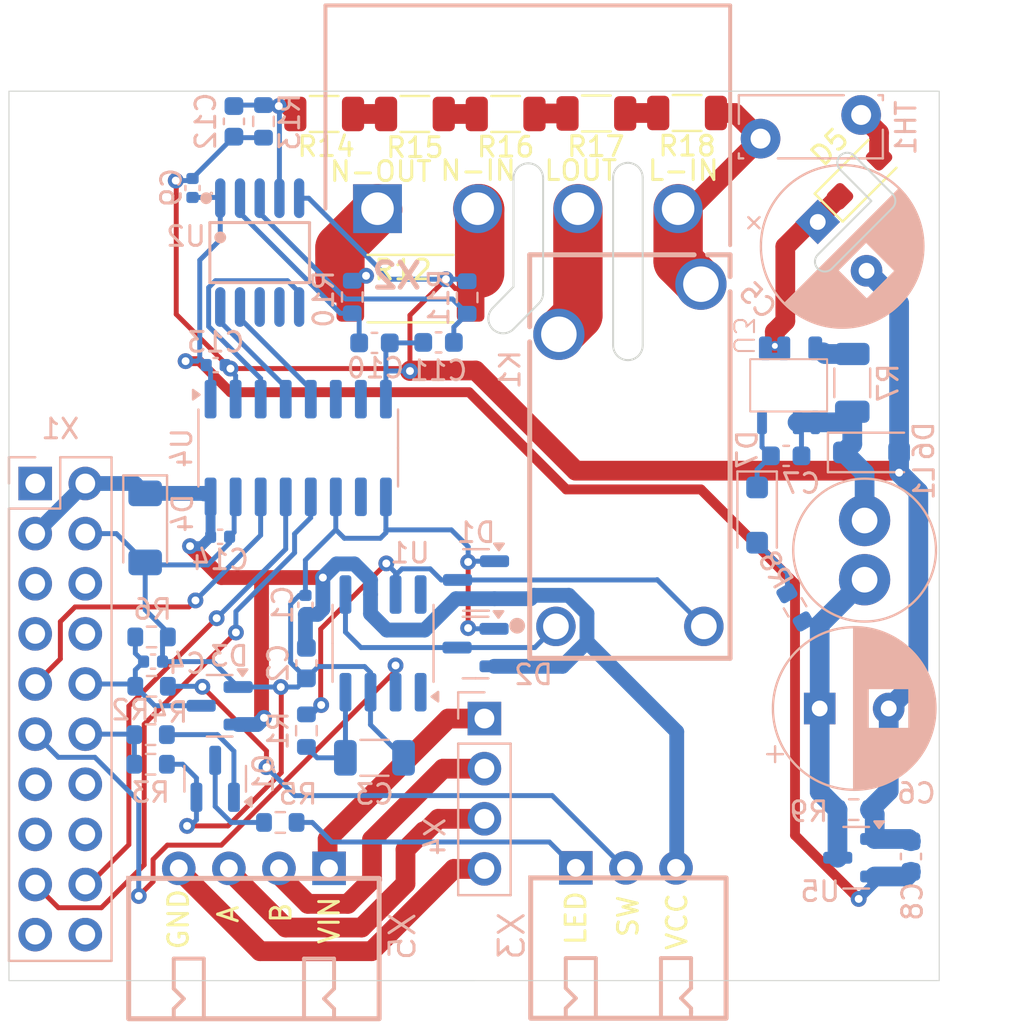
<source format=kicad_pcb>
(kicad_pcb (version 20240108) (generator "pcbnew") (generator_version "8.0")
  (layers (0 "F.Cu" signal) (31 "B.Cu" signal) (34 "B.Paste" user) (35 "F.Paste" user) (36 "B.SilkS" user "B.Silkscreen") (37 "F.SilkS" user "F.Silkscreen") (38 "B.Mask" user) (39 "F.Mask" user) (44 "Edge.Cuts" user))
  (net 0 "")
  (net 1 "VCC")
  (net 2 "GND")
  (net 3 "Net-(U1-IN_B)")
  (net 4 "D4_INT")
  (net 5 "Net-(D1-COM)")
  (net 6 "Net-(D2-COM)")
  (net 7 "L_IN")
  (net 8 "L_OUT")
  (net 9 "Net-(Q1-G)")
  (net 10 "Net-(Q1-D)")
  (net 11 "SW")
  (net 12 "D6_PWM")
  (net 13 "LED")
  (net 15 "D5_PWM")
  (net 17 "VRAW")
  (net 18 "D2_RX")
  (net 19 "D1_TX")
  (net 20 "LEGACY_ID")
  (net 21 "RST")
  (net 22 "D3_INT")
  (net 23 "D8_SDA")
  (net 24 "D7_SCL")
  (net 25 "D10_A4")
  (net 26 "D9_A3")
  (net 27 "N_IN")
  (net 28 "+3V3")
  (net 29 "D14_CS")
  (net 30 "D13_SCK")
  (net 31 "Net-(U2-IP)")
  (net 32 "Net-(U2-IN)")
  (net 33 "Net-(U2-VP)")
  (net 34 "N_OUT")
  (net 35 "Net-(R14-Pad1)")
  (net 38 "Net-(R15-Pad1)")
  (net 39 "Net-(R16-Pad1)")
  (net 40 "Net-(R17-Pad1)")
  (net 41 "Net-(U5-VI)")
  (net 42 "Net-(D5-K)")
  (net 43 "TX")
  (net 44 "Net-(D6-K)")
  (net 45 "RX")
  (net 46 "CF1")
  (net 49 "D12_MISO_RX")
  (net 51 "D11_MOSI_TX")
  (net 52 "Net-(D7-K)")
  (net 53 "Net-(D5-A)")
  (net 54 "Net-(D7-A)")
  (net 55 "Net-(U3-CS)")
  (net 56 "Net-(X4-Pin_4)")
  (net 57 "Net-(X4-Pin_1)")
  (net 58 "Net-(X4-Pin_2)")
  (net 59 "Net-(X4-Pin_3)")
  (footprint "Resistor_SMD:R_1206_3216Metric" (layer "F.Cu") (at 151.4 83.625 180)
    (property "Reference" "R14")
    (property "Value" "390k/1%")
  )
  (footprint "Resistor_SMD:R_1206_3216Metric" (layer "F.Cu") (at 169.8 83.575 180)
    (property "Reference" "R18")
    (property "Value" "390k/1%")
  )
  (footprint "Resistor_SMD:R_1206_3216Metric" (layer "F.Cu") (at 160.6 83.625 180)
    (property "Reference" "R16")
    (property "Value" "390k/1%")
  )
  (footprint "Resistor_SMD:R_1206_3216Metric" (layer "F.Cu") (at 165.2 83.6 180)
    (property "Reference" "R17")
    (property "Value" "390k/1%")
  )
  (footprint "Diode_SMD:D_SOD-123F" (layer "F.Cu") (at 178.541501 86.808478 45)
    (property "Reference" "D5")
    (property "Value" "1n4007/1000V")
  )
  (footprint "Resistor_SMD:R_2512_6332Metric_Pad1.40x3.35mm_HandSolder" (layer "F.Cu") (at 155.775 92.475 180)
    (property "Reference" "R12")
    (property "Value" "0R001/1%")
  )
  (footprint "Resistor_SMD:R_1206_3216Metric" (layer "F.Cu") (at 156 83.625 180)
    (property "Reference" "R15")
    (property "Value" "390k/1%")
  )
  (footprint "Resistor_SMD:R_0603_1608Metric" (layer "B.Cu") (at 178.25 118.875)
    (property "Reference" "R9")
    (property "Value" "2k")
  )
  (footprint "Capacitor_THT:CP_Radial_D8.0mm_P3.50mm" (layer "B.Cu") (at 176.424104 89.096041 -45)
    (property "Reference" "C5")
    (property "Value" "2.2u/400V")
  )
  (footprint "Capacitor_SMD:C_0402_1005Metric" (layer "B.Cu") (at 145.9 96.35 180)
    (property "Reference" "C13")
    (property "Value" "100n")
  )
  (footprint "Connector_PinSocket_2.54mm:PinSocket_1x04_P2.54mm_Vertical" (layer "B.Cu") (at 159.525 114.26 180)
    (property "Reference" "X4")
    (property "Value" "~")
  )
  (footprint "MySXRelay:BL0942" (layer "B.Cu") (at 148.131356 90.65)
    (property "Reference" "U2")
    (property "Value" "BL0942")
  )
  (footprint "Capacitor_SMD:C_0603_1608Metric" (layer "B.Cu") (at 181.15 121.25 90)
    (property "Reference" "C8")
    (property "Value" "10u")
  )
  (footprint "Capacitor_SMD:C_0603_1608Metric" (layer "B.Cu") (at 153.95 95.225)
    (property "Reference" "C10")
    (property "Value" "68n/16V")
  )
  (footprint "MySXRelay:RELAY-TH_FH44L-1AT-L1-DC5V" (layer "B.Cu") (at 166.9 100.92 90)
    (property "Reference" "K1")
    (property "Value" "FH44L-1AT-L1-DC5V")
  )
  (footprint "Capacitor_SMD:C_0603_1608Metric" (layer "B.Cu") (at 150.5 111.45 -90)
    (property "Reference" "C2")
    (property "Value" "1u")
  )
  (footprint "MySXRelay:JST-XH_S_3P-2.54MM" (layer "B.Cu") (at 166.698 121.8265 -90)
    (property "Reference" "X3")
    (property "Value" "~")
  )
  (footprint "Diode_SMD:D_SOD-123F" (layer "B.Cu") (at 179.15 100.775)
    (property "Reference" "D6")
    (property "Value" "ES1J/600V")
  )
  (footprint "Capacitor_SMD:C_0402_1005Metric" (layer "B.Cu") (at 146.125 105.05)
    (property "Reference" "C14")
    (property "Value" "100n")
  )
  (footprint "Resistor_SMD:R_0603_1608Metric" (layer "B.Cu") (at 142.6 115.075)
    (property "Reference" "R4")
    (property "Value" "27")
  )
  (footprint "Capacitor_THT:CP_Radial_D8.0mm_P3.50mm" (layer "B.Cu") (at 176.522349 113.75)
    (property "Reference" "C6")
    (property "Value" "470u/10V")
  )
  (footprint "Package_TO_SOT_SMD:SOT-23" (layer "B.Cu") (at 159.1 107.2375 180)
    (property "Reference" "D1")
    (property "Value" "BAT54S")
  )
  (footprint "Resistor_SMD:R_0603_1608Metric" (layer "B.Cu") (at 152.825 92.9 -90)
    (property "Reference" "R10")
    (property "Value" "510/1%")
  )
  (footprint "Package_TO_SOT_SMD:SOT-23" (layer "B.Cu") (at 178.375 121.3125 180)
    (property "Reference" "U5")
    (property "Value" "MCP1703Ax-180xxTT")
  )
  (footprint "Resistor_SMD:R_0603_1608Metric" (layer "B.Cu") (at 142.6 116.575)
    (property "Reference" "R3")
    (property "Value" "10k")
  )
  (footprint "Resistor_SMD:R_0603_1608Metric" (layer "B.Cu") (at 142.65 112.625 180)
    (property "Reference" "R2")
    (property "Value" "2k")
  )
  (footprint "Resistor_SMD:R_0603_1608Metric" (layer "B.Cu") (at 148.325 84 -90)
    (property "Reference" "R13")
    (property "Value" "510/1%")
  )
  (footprint "Fuse:Fuse_Bourns_MF-RG300" (layer "B.Cu") (at 178.625 83.675 180)
    (property "Reference" "TH1")
    (property "Value" "ERF-LX005V2")
  )
  (footprint "Capacitor_SMD:C_0603_1608Metric" (layer "B.Cu") (at 146.825 84 -90)
    (property "Reference" "C12")
    (property "Value" "68n/16V")
  )
  (footprint "Capacitor_SMD:C_0402_1005Metric" (layer "B.Cu") (at 150.45 108.5 90)
    (property "Reference" "C1")
    (property "Value" "100n")
  )
  (footprint "Package_TO_SOT_SMD:SOT-23" (layer "B.Cu") (at 145.875 117.3125 90)
    (property "Reference" "Q1")
    (property "Value" "2N7002")
  )
  (footprint "Resistor_SMD:R_0603_1608Metric" (layer "B.Cu") (at 150.5 114.875 -90)
    (property "Reference" "R1")
    (property "Value" "10k")
  )
  (footprint "Diode_SMD:D_SOD-123F" (layer "B.Cu") (at 173.35 103.95 -90)
    (property "Reference" "D7")
    (property "Value" "E1J/600V")
  )
  (footprint "Capacitor_SMD:C_0603_1608Metric" (layer "B.Cu") (at 157.2 95.2)
    (property "Reference" "C11")
    (property "Value" "68n/16V")
  )
  (footprint "Capacitor_SMD:C_0402_1005Metric" (layer "B.Cu") (at 142.725 111.375)
    (property "Reference" "C4")
    (property "Value" "10n/50V")
  )
  (footprint "Diode_SMD:D_MiniMELF" (layer "B.Cu") (at 142.325 104.6 -90)
    (property "Reference" "D4")
    (property "Value" "3.6V")
  )
  (footprint "Capacitor_SMD:C_0603_1608Metric" (layer "B.Cu") (at 174.825 100.95)
    (property "Reference" "C7")
    (property "Value" "1u")
  )
  (footprint "Inductor_THT:L_Radial_D7.0mm_P3.00mm" (layer "B.Cu") (at 178.8 104.225 -90)
    (property "Reference" "L1")
    (property "Value" "330u")
  )
  (footprint "Package_SO:SOIC-16_3.9x9.9mm_P1.27mm" (layer "B.Cu") (at 150.085 100.55 -90)
    (property "Reference" "U4")
    (property "Value" "Si8642BB-B-IS1")
  )
  (footprint "MySXRelay:MSTB_2,5_4-G" (layer "B.Cu") (at 154.105 88.425 180)
    (property "Reference" "X2")
    (property "Value" "~" (hide yes))
  )
  (footprint "Package_SO:SOIC-8_3.9x4.9mm_P1.27mm" (layer "B.Cu") (at 154.385 110.45 90)
    (property "Reference" "U1")
    (property "Value" "MIC4427")
  )
  (footprint "MySXRelay:SOT-33-5A" (layer "B.Cu") (at 175.075 97.35 90)
    (property "Reference" "U3")
    (property "Value" "BP2525X")
  )
  (footprint "Package_TO_SOT_SMD:SOT-23" (layer "B.Cu") (at 146.1 113.6125 180)
    (property "Reference" "D3")
    (property "Value" "BAT54S")
  )
  (footprint "Resistor_SMD:R_0603_1608Metric" (layer "B.Cu") (at 158.65 92.925 -90)
    (property "Reference" "R11")
    (property "Value" "510/1%")
  )
  (footprint "Connector_PinSocket_2.54mm:PinSocket_2x10_P2.54mm_Vertical" (layer "B.Cu") (at 136.75 102.35 180)
    (property "Reference" "X1")
    (property "Value" "~")
  )
  (footprint "MySXRelay:JST-XH_S_4P-2.54MM-PIN1-RIGHT" (layer "B.Cu") (at 154.1885 121.8515 -90)
    (property "Reference" "X5")
    (property "Value" "~")
  )
  (footprint "Resistor_SMD:R_0603_1608Metric" (layer "B.Cu") (at 175.275 108.625 -60)
    (property "Reference" "R8")
    (property "Value" "100")
  )
  (footprint "Package_TO_SOT_SMD:SOT-23" (layer "B.Cu") (at 159.075 110.6625 180)
    (property "Reference" "D2")
    (property "Value" "BAT54S")
  )
  (footprint "Resistor_SMD:R_0603_1608Metric" (layer "B.Cu") (at 149.175 119.525 180)
    (property "Reference" "R5")
    (property "Value" "1k")
  )
  (footprint "Resistor_SMD:R_0603_1608Metric" (layer "B.Cu") (at 142.65 110.125)
    (property "Reference" "R6")
    (property "Value" "10k")
  )
  (footprint "Resistor_SMD:R_1206_3216Metric" (layer "B.Cu") (at 178.175 97.25 90)
    (property "Reference" "R7")
    (property "Value" "0R3")
  )
  (footprint "Capacitor_SMD:C_0402_1005Metric" (layer "B.Cu") (at 144.725 87.375 90)
    (property "Reference" "C9")
    (property "Value" "100n")
  )
  (footprint "Capacitor_SMD:C_1206_3216Metric" (layer "B.Cu") (at 153.95 116.25)
    (property "Reference" "C3")
    (property "Value" "22u")
  )
  (gr_line (start 182.5821 82.4691) (end 135.4201 82.4691) (stroke (width 0.05)) (layer "Edge.Cuts"))
  (gr_arc (start 161 86.875) (mid 161.21967 86.34467) (end 161.75 86.125) (stroke (width 0.1)) (layer "Edge.Cuts"))
  (gr_line (start 176.429927 90.755838) (end 179.141501 88.033478) (stroke (width 0.1)) (layer "Edge.Cuts"))
  (gr_line (start 161 92.375) (end 161 86.875) (stroke (width 0.1)) (layer "Edge.Cuts"))
  (gr_arc (start 177.137053 91.462965) (mid 176.783487 91.609401) (end 176.429928 91.462945) (stroke (width 0.1)) (layer "Edge.Cuts"))
  (gr_line (start 167.55 86.85) (end 167.55 95.35) (stroke (width 0.1)) (layer "Edge.Cuts"))
  (gr_line (start 159.94354 93.46014) (end 161 92.375) (stroke (width 0.1)) (layer "Edge.Cuts"))
  (gr_arc (start 176.429928 91.462945) (mid 176.283478 91.109388) (end 176.429915 90.755825) (stroke (width 0.1)) (layer "Edge.Cuts"))
  (gr_arc (start 162.499999 92.725) (mid 162.440828 92.993981) (end 162.286286 93.221947) (stroke (width 0.1)) (layer "Edge.Cuts"))
  (gr_arc (start 167.55 95.35) (mid 167.33033 95.88033) (end 166.8 96.1) (stroke (width 0.1)) (layer "Edge.Cuts"))
  (gr_arc (start 159.94354 94.5208) (mid 159.72387 93.99047) (end 159.94354 93.46014) (stroke (width 0.1)) (layer "Edge.Cuts"))
  (gr_arc (start 177.562947 86.444138) (mid 177.416496 86.090582) (end 177.562948 85.737031) (stroke (width 0.1)) (layer "Edge.Cuts"))
  (gr_arc (start 180.212948 87.679925) (mid 180.359396 88.033479) (end 180.212947 88.387032) (stroke (width 0.1)) (layer "Edge.Cuts"))
  (gr_line (start 179.141501 88.033478) (end 177.562947 86.444138) (stroke (width 0.1)) (layer "Edge.Cuts"))
  (gr_arc (start 166.8 96.1) (mid 166.26967 95.88033) (end 166.05 95.35) (stroke (width 0.1)) (layer "Edge.Cuts"))
  (gr_arc (start 166.05 86.85) (mid 166.26967 86.31967) (end 166.8 86.1) (stroke (width 0.1)) (layer "Edge.Cuts"))
  (gr_line (start 166.05 95.35) (end 166.05 86.85) (stroke (width 0.1)) (layer "Edge.Cuts"))
  (gr_line (start 178.270054 85.737032) (end 180.212947 87.679926) (stroke (width 0.1)) (layer "Edge.Cuts"))
  (gr_line (start 135.4201 82.4691) (end 135.4201 127.5381) (stroke (width 0.05)) (layer "Edge.Cuts"))
  (gr_arc (start 177.562948 85.737031) (mid 177.916501 85.590596) (end 178.270054 85.737033) (stroke (width 0.1)) (layer "Edge.Cuts"))
  (gr_line (start 180.212947 88.387032) (end 177.137053 91.462967) (stroke (width 0.1)) (layer "Edge.Cuts"))
  (gr_line (start 162.286286 93.221947) (end 161.0042 94.5208) (stroke (width 0.1)) (layer "Edge.Cuts"))
  (gr_line (start 182.5821 127.5381) (end 182.5821 82.4691) (stroke (width 0.05)) (layer "Edge.Cuts"))
  (gr_line (start 162.5 86.875) (end 162.5 92.725) (stroke (width 0.1)) (layer "Edge.Cuts"))
  (gr_arc (start 161.0042 94.5208) (mid 160.47387 94.74047) (end 159.94354 94.5208) (stroke (width 0.1)) (layer "Edge.Cuts"))
  (gr_arc (start 161.75 86.125) (mid 162.28033 86.34467) (end 162.5 86.875) (stroke (width 0.1)) (layer "Edge.Cuts"))
  (gr_arc (start 166.8 86.1) (mid 167.33033 86.31967) (end 167.55 86.85) (stroke (width 0.1)) (layer "Edge.Cuts"))
  (gr_line (start 135.4201 127.54) (end 182.5821 127.5381) (stroke (width 0.05)) (layer "Edge.Cuts"))
  (gr_text "LED" (at 164.75 125.825 90) (layer "F.SilkS") (effects (font (size 1 1)) (justify left bottom)))
  (gr_text "VCC" (at 169.875 126.075 90) (layer "F.SilkS") (effects (font (size 1 1)) (justify left bottom)))
  (gr_text "B" (at 149.8 124.7 90) (layer "F.SilkS") (effects (font (size 1 1)) (justify left bottom)))
  (gr_text "L-IN" (at 167.725 87.075 0) (layer "F.SilkS") (effects (font (size 1 1)) (justify left bottom)))
  (gr_text "GND" (at 144.6 126.05 90) (layer "F.SilkS") (effects (font (size 1 1)) (justify left bottom)))
  (gr_text "A" (at 147.125 124.7 90) (layer "F.SilkS") (effects (font (size 1 1)) (justify left bottom)))
  (gr_text "SW" (at 167.4 125.425 90) (layer "F.SilkS") (effects (font (size 1 1)) (justify left bottom)))
  (gr_text "N-IN" (at 157.2 87.075 0) (layer "F.SilkS") (effects (font (size 1 1)) (justify left bottom)))
  (gr_text "N-OUT" (at 151.6 87.125 0) (layer "F.SilkS") (effects (font (size 1 1)) (justify left bottom)))
  (gr_text "LOUT" (at 162.475 87.075 0) (layer "F.SilkS") (effects (font (size 1 1)) (justify left bottom)))
  (gr_text "VIN" (at 152.25 125.775 90) (layer "F.SilkS") (effects (font (size 1 1)) (justify left bottom)))
  (segment (start 151.335 107.11554) (end 148.2 107.11554) (width 0.75) (layer "F.Cu") (net 1))
  (segment (start 148.2 107.11554) (end 146.19054 107.11554) (width 0.75) (layer "F.Cu") (net 1))
  (segment (start 148.225 114.1) (end 148.225 107.14054) (width 0.75) (layer "F.Cu") (net 1))
  (segment (start 148.35 114.225) (end 148.225 114.1) (width 0.75) (layer "F.Cu") (net 1))
  (segment (start 146.19054 107.11554) (end 144.6 105.525) (width 0.75) (layer "F.Cu") (net 1))
  (segment (start 148.225 107.14054) (end 148.2 107.11554) (width 0.75) (layer "F.Cu") (net 1))
  (via (at 144.6 105.525) (size 0.8) (drill 0.4) (layers "F.Cu" "B.Cu") (net 1))
  (via (at 151.335 107.11554) (size 0.8) (drill 0.4) (layers "F.Cu" "B.Cu") (net 1))
  (via (at 148.35 114.225) (size 0.8) (drill 0.4) (layers "F.Cu" "B.Cu") (net 1))
  (segment (start 145.3 102.875) (end 145.45 103.025) (width 0.5) (layer "B.Cu") (net 1))
  (segment (start 164.725 108.937613) (end 163.802387 108.015) (width 0.75) (layer "B.Cu") (net 1))
  (segment (start 152.93446 106.425) (end 152.02554 106.425) (width 0.75) (layer "B.Cu") (net 1))
  (segment (start 148.0125 114.5625) (end 148.35 114.225) (width 0.75) (layer "B.Cu") (net 1))
  (segment (start 151.07 108.98) (end 150.45 108.98) (width 0.75) (layer "B.Cu") (net 1))
  (segment (start 136.75 104.89) (end 139.29 102.35) (width 0.75) (layer "B.Cu") (net 1))
  (segment (start 153.75 107.975) (end 153.75 108.949999) (width 0.75) (layer "B.Cu") (net 1))
  (segment (start 145.64 105.045) (end 145.645 105.05) (width 0.5) (layer "B.Cu") (net 1))
  (segment (start 158.08196 108.1875) (end 156.49446 109.775) (width 0.75) (layer "B.Cu") (net 1))
  (segment (start 151.335 107.11554) (end 151.335 108.715) (width 0.75) (layer "B.Cu") (net 1))
  (segment (start 145.275 102.85) (end 145.3 102.875) (width 0.75) (layer "B.Cu") (net 1))
  (segment (start 142.325 102.85) (end 145.275 102.85) (width 0.75) (layer "B.Cu") (net 1))
  (segment (start 160.0375 108.1875) (end 158.08196 108.1875) (width 0.75) (layer "B.Cu") (net 1))
  (segment (start 163.802387 108.015) (end 162.035 108.015) (width 0.75) (layer "B.Cu") (net 1))
  (segment (start 141.825 102.35) (end 142.325 102.85) (width 0.75) (layer "B.Cu") (net 1))
  (segment (start 145.64 103.025) (end 145.64 105.045) (width 0.5) (layer "B.Cu") (net 1))
  (segment (start 169.275 121.975) (end 169.275 114.925) (width 0.75) (layer "B.Cu") (net 1))
  (segment (start 150.45 110.625) (end 150.5 110.675) (width 0.75) (layer "B.Cu") (net 1))
  (segment (start 156.49446 109.775) (end 154.575001 109.775) (width 0.75) (layer "B.Cu") (net 1))
  (segment (start 162.035 108.015) (end 161.8625 108.1875) (width 0.75) (layer "B.Cu") (net 1))
  (segment (start 145.17 105.525) (end 145.645 105.05) (width 0.5) (layer "B.Cu") (net 1))
  (segment (start 150.45 108.98) (end 150.45 110.625) (width 0.75) (layer "B.Cu") (net 1))
  (segment (start 147.0375 114.5625) (end 148.0125 114.5625) (width 0.75) (layer "B.Cu") (net 1))
  (segment (start 164.725 110.375) (end 163.4875 111.6125) (width 0.75) (layer "B.Cu") (net 1))
  (segment (start 169.275 114.925) (end 164.725 110.375) (width 0.75) (layer "B.Cu") (net 1))
  (segment (start 151.335 108.715) (end 151.07 108.98) (width 0.75) (layer "B.Cu") (net 1))
  (segment (start 152.02554 106.425) (end 151.335 107.11554) (width 0.75) (layer "B.Cu") (net 1))
  (segment (start 144.6 105.525) (end 145.17 105.525) (width 0.5) (layer "B.Cu") (net 1))
  (segment (start 145.45 103.025) (end 145.64 103.025) (width 0.5) (layer "B.Cu") (net 1))
  (segment (start 153.75 107.24054) (end 152.93446 106.425) (width 0.75) (layer "B.Cu") (net 1))
  (segment (start 153.75 108.949999) (end 154.575001 109.775) (width 0.75) (layer "B.Cu") (net 1))
  (segment (start 163.4875 111.6125) (end 160.0125 111.6125) (width 0.75) (layer "B.Cu") (net 1))
  (segment (start 161.8625 108.1875) (end 160.0375 108.1875) (width 0.75) (layer "B.Cu") (net 1))
  (segment (start 139.29 102.35) (end 141.825 102.35) (width 0.75) (layer "B.Cu") (net 1))
  (segment (start 153.75 107.975) (end 153.75 107.24054) (width 0.75) (layer "B.Cu") (net 1))
  (segment (start 164.725 110.375) (end 164.725 108.937613) (width 0.75) (layer "B.Cu") (net 1))
  (segment (start 158.7 109.675) (end 158.7 106.325) (width 0.25) (layer "F.Cu") (net 2))
  (segment (start 146.525305 119.7) (end 149.225 117.000305) (width 0.25) (layer "F.Cu") (net 2))
  (segment (start 149.225 112.875) (end 149.2 112.85) (width 0.25) (layer "F.Cu") (net 2))
  (segment (start 144.45 119.7) (end 146.525305 119.7) (width 0.25) (layer "F.Cu") (net 2))
  (segment (start 149.225 117.000305) (end 149.225 112.875) (width 0.25) (layer "F.Cu") (net 2))
  (segment (start 149.2 112.85) (end 149.2 112.6625) (width 0.25) (layer "F.Cu") (net 2))
  (via (at 144.45 119.7) (size 0.8) (drill 0.4) (layers "F.Cu" "B.Cu") (net 2))
  (via (at 158.7 106.325) (size 0.8) (drill 0.4) (layers "F.Cu" "B.Cu") (net 2))
  (via (at 149.2 112.6625) (size 0.8) (drill 0.4) (layers "F.Cu" "B.Cu") (net 2))
  (via (at 158.7 109.675) (size 0.8) (drill 0.4) (layers "F.Cu" "B.Cu") (net 2))
  (segment (start 150.5 112.225) (end 151.1 111.625) (width 0.25) (layer "B.Cu") (net 2))
  (segment (start 140.865 104.89) (end 142.325 106.35) (width 0.25) (layer "B.Cu") (net 2))
  (segment (start 150.45 108.02) (end 150.140001 108.02) (width 0.25) (layer "B.Cu") (net 2))
  (segment (start 143.475 109.9) (end 142.325 108.75) (width 0.25) (layer "B.Cu") (net 2))
  (segment (start 147.0375 112.6625) (end 149.2 112.6625) (width 0.25) (layer "B.Cu") (net 2))
  (segment (start 151.1 111.625) (end 153.45 111.625) (width 0.25) (layer "B.Cu") (net 2))
  (segment (start 150.0625 112.6625) (end 150.5 112.225) (width 0.25) (layer "B.Cu") (net 2))
  (segment (start 143.205 110.395) (end 143.475 110.125) (width 0.25) (layer "B.Cu") (net 2))
  (segment (start 142.325 108.75) (end 142.325 106.35) (width 0.25) (layer "B.Cu") (net 2))
  (segment (start 149.2 112.6625) (end 150.0625 112.6625) (width 0.25) (layer "B.Cu") (net 2))
  (segment (start 150.45 106.23) (end 150.45 108.02) (width 0.25) (layer "B.Cu") (net 2))
  (segment (start 142.325 106.35) (end 142.45 106.475) (width 0.25) (layer "B.Cu") (net 2))
  (segment (start 158.7375 106.2875) (end 158.7 106.325) (width 0.25) (layer "B.Cu") (net 2))
  (segment (start 157.85 104.7) (end 154.53 104.7) (width 0.25) (layer "B.Cu") (net 2))
  (segment (start 144.225 116.575) (end 143.425 116.575) (width 0.25) (layer "B.Cu") (net 2))
  (segment (start 143.205 111.375) (end 143.205 110.395) (width 0.25) (layer "B.Cu") (net 2))
  (segment (start 149.7 111.425) (end 150.5 112.225) (width 0.25) (layer "B.Cu") (net 2))
  (segment (start 139.29 104.89) (end 140.865 104.89) (width 0.25) (layer "B.Cu") (net 2))
  (segment (start 151.99 103.025) (end 151.99 104.69) (width 0.25) (layer "B.Cu") (net 2))
  (segment (start 144.925 118.25) (end 144.925 119.4) (width 0.25) (layer "B.Cu") (net 2))
  (segment (start 160.0125 109.7125) (end 158.7375 109.7125) (width 0.25) (layer "B.Cu") (net 2))
  (segment (start 151.99 104.69) (end 150.45 106.23) (width 0.25) (layer "B.Cu") (net 2))
  (segment (start 153.75 114.575) (end 155.425 116.25) (width 0.25) (layer "B.Cu") (net 2))
  (segment (start 160.0375 106.2875) (end 158.7375 106.2875) (width 0.25) (layer "B.Cu") (net 2))
  (segment (start 154.53 104.7) (end 154.53 103.025) (width 0.25) (layer "B.Cu") (net 2))
  (segment (start 145.75 111.375) (end 143.205 111.375) (width 0.25) (layer "B.Cu") (net 2))
  (segment (start 158.7 105.55) (end 157.85 104.7) (width 0.25) (layer "B.Cu") (net 2))
  (segment (start 151.99 104.69) (end 152.425 105.125) (width 0.25) (layer "B.Cu") (net 2))
  (segment (start 152.425 105.125) (end 154.25 105.125) (width 0.25) (layer "B.Cu") (net 2))
  (segment (start 146.835 104.82) (end 146.605 105.05) (width 0.25) (layer "B.Cu") (net 2))
  (segment (start 144.525 119.625) (end 144.45 119.7) (width 0.25) (layer "B.Cu") (net 2))
  (segment (start 144.925 117.275) (end 144.225 116.575) (width 0.25) (layer "B.Cu") (net 2))
  (segment (start 150.140001 108.02) (end 149.7 108.460001) (width 0.25) (layer "B.Cu") (net 2))
  (segment (start 146.605 105.359999) (end 146.605 105.05) (width 0.25) (layer "B.Cu") (net 2))
  (segment (start 142.45 106.475) (end 145.489999 106.475) (width 0.25) (layer "B.Cu") (net 2))
  (segment (start 143.475 110.125) (end 143.475 109.9) (width 0.25) (layer "B.Cu") (net 2))
  (segment (start 158.7375 109.7125) (end 158.7 109.675) (width 0.25) (layer "B.Cu") (net 2))
  (segment (start 154.25 105.125) (end 154.53 104.845) (width 0.25) (layer "B.Cu") (net 2))
  (segment (start 144.925 119.4) (end 144.7 119.625) (width 0.25) (layer "B.Cu") (net 2))
  (segment (start 144.925 118.25) (end 144.925 117.275) (width 0.25) (layer "B.Cu") (net 2))
  (segment (start 153.45 111.625) (end 153.75 111.925) (width 0.25) (layer "B.Cu") (net 2))
  (segment (start 149.7 108.460001) (end 149.7 111.425) (width 0.25) (layer "B.Cu") (net 2))
  (segment (start 158.7 106.325) (end 158.7 105.55) (width 0.25) (layer "B.Cu") (net 2))
  (segment (start 144.7 119.625) (end 144.525 119.625) (width 0.25) (layer "B.Cu") (net 2))
  (segment (start 153.75 112.925) (end 153.75 114.575) (width 0.25) (layer "B.Cu") (net 2))
  (segment (start 154.53 104.845) (end 154.53 104.7) (width 0.25) (layer "B.Cu") (net 2))
  (segment (start 146.835 103.225) (end 146.835 104.82) (width 0.25) (layer "B.Cu") (net 2))
  (segment (start 153.75 111.925) (end 153.75 112.925) (width 0.25) (layer "B.Cu") (net 2))
  (segment (start 145.489999 106.475) (end 146.605 105.359999) (width 0.25) (layer "B.Cu") (net 2))
  (segment (start 147.0375 112.6625) (end 145.75 111.375) (width 0.25) (layer "B.Cu") (net 2))
  (segment (start 152.475 116.25) (end 151.05 116.25) (width 0.25) (layer "B.Cu") (net 3))
  (segment (start 151.05 116.25) (end 150.5 115.7) (width 0.25) (layer "B.Cu") (net 3))
  (segment (start 152.48 112.925) (end 152.48 116.245) (width 0.25) (layer "B.Cu") (net 3))
  (segment (start 152.48 116.245) (end 152.475 116.25) (width 0.25) (layer "B.Cu") (net 3))
  (segment (start 141.825 110.125) (end 141.825 110.955) (width 0.25) (layer "B.Cu") (net 4))
  (segment (start 142.8125 113.6125) (end 145.1625 113.6125) (width 0.25) (layer "B.Cu") (net 4))
  (segment (start 141.825 112.625) (end 141.825 111.795) (width 0.25) (layer "B.Cu") (net 4))
  (segment (start 139.29 112.51) (end 141.71 112.51) (width 0.25) (layer "B.Cu") (net 4))
  (segment (start 141.825 112.625) (end 142.8125 113.6125) (width 0.25) (layer "B.Cu") (net 4))
  (segment (start 141.825 111.795) (end 142.245 111.375) (width 0.25) (layer "B.Cu") (net 4))
  (segment (start 141.825 110.955) (end 142.245 111.375) (width 0.25) (layer "B.Cu") (net 4))
  (segment (start 141.71 112.51) (end 141.825 112.625) (width 0.25) (layer "B.Cu") (net 4))
  (segment (start 151.225 113.55) (end 151.225 109.725) (width 0.25) (layer "F.Cu") (net 5))
  (segment (start 151.25 113.575) (end 151.225 113.55) (width 0.25) (layer "F.Cu") (net 5))
  (segment (start 151.225 109.725) (end 154.55 106.4) (width 0.25) (layer "F.Cu") (net 5))
  (via (at 154.55 106.4) (size 0.8) (drill 0.4) (layers "F.Cu" "B.Cu") (net 5))
  (via (at 151.25 113.575) (size 0.8) (drill 0.4) (layers "F.Cu" "B.Cu") (net 5))
  (segment (start 150.775 114.05) (end 151.25 113.575) (width 0.25) (layer "B.Cu") (net 5))
  (segment (start 168.285 107.225) (end 168.2725 107.2375) (width 0.25) (layer "B.Cu") (net 5))
  (segment (start 155.345001 106.675) (end 155.02 107.000001) (width 0.25) (layer "B.Cu") (net 5))
  (segment (start 155.02 106.87) (end 154.55 106.4) (width 0.25) (layer "B.Cu") (net 5))
  (segment (start 170.65 109.59) (end 168.285 107.225) (width 0.25) (layer "B.Cu") (net 5))
  (segment (start 155.02 107.975) (end 155.02 106.87) (width 0.25) (layer "B.Cu") (net 5))
  (segment (start 168.2725 107.2375) (end 158.1625 107.2375) (width 0.25) (layer "B.Cu") (net 5))
  (segment (start 150.5 114.05) (end 150.775 114.05) (width 0.25) (layer "B.Cu") (net 5))
  (segment (start 156.775 106.675) (end 155.345001 106.675) (width 0.25) (layer "B.Cu") (net 5))
  (segment (start 158.1625 107.2375) (end 157.3375 107.2375) (width 0.25) (layer "B.Cu") (net 5))
  (segment (start 157.3375 107.2375) (end 156.775 106.675) (width 0.25) (layer "B.Cu") (net 5))
  (segment (start 155.02 107.000001) (end 155.02 107.975) (width 0.25) (layer "B.Cu") (net 5))
  (segment (start 158.1375 110.6625) (end 153.2625 110.6625) (width 0.25) (layer "B.Cu") (net 6))
  (segment (start 162.0775 110.6625) (end 158.1375 110.6625) (width 0.25) (layer "B.Cu") (net 6))
  (segment (start 152.48 109.88) (end 152.48 107.975) (width 0.25) (layer "B.Cu") (net 6))
  (segment (start 163.15 109.59) (end 162.0775 110.6625) (width 0.25) (layer "B.Cu") (net 6))
  (segment (start 153.2625 110.6625) (end 152.48 109.88) (width 0.25) (layer "B.Cu") (net 6))
  (segment (start 169.345 88.425) (end 169.975 88.425) (width 1) (layer "F.Cu") (net 7))
  (segment (start 173.525 84.875) (end 172.225 83.575) (width 1) (layer "F.Cu") (net 7))
  (segment (start 169.345 91.095) (end 170.5 92.25) (width 2.5) (layer "F.Cu") (net 7))
  (segment (start 169.345 88.425) (end 169.345 91.095) (width 2.5) (layer "F.Cu") (net 7))
  (segment (start 169.975 88.425) (end 173.525 84.875) (width 1) (layer "F.Cu") (net 7))
  (segment (start 172.225 83.575) (end 171.2625 83.575) (width 1) (layer "F.Cu") (net 7))
  (segment (start 164.265 88.425) (end 164.265 93.825) (width 2.5) (layer "F.Cu") (net 8))
  (segment (start 164.265 93.825) (end 163.3 94.79) (width 2.5) (layer "F.Cu") (net 8))
  (segment (start 143.425 115.075) (end 145.988408 115.075) (width 0.25) (layer "B.Cu") (net 9))
  (segment (start 145.988408 115.075) (end 146.825 115.911592) (width 0.25) (layer "B.Cu") (net 9))
  (segment (start 146.825 115.911592) (end 146.825 118.25) (width 0.25) (layer "B.Cu") (net 9))
  (segment (start 145.875 116.375) (end 145.875 118.713408) (width 0.25) (layer "B.Cu") (net 10))
  (segment (start 146.686592 119.525) (end 148.35 119.525) (width 0.25) (layer "B.Cu") (net 10))
  (segment (start 145.875 118.713408) (end 146.686592 119.525) (width 0.25) (layer "B.Cu") (net 10))
  (segment (start 148.475 115.9) (end 145.225 112.65) (width 0.25) (layer "F.Cu") (net 11))
  (segment (start 148.475 116.725) (end 148.475 115.9) (width 0.25) (layer "F.Cu") (net 11))
  (via (at 148.475 116.725) (size 0.8) (drill 0.4) (layers "F.Cu" "B.Cu") (net 11))
  (via (at 145.225 112.65) (size 0.8) (drill 0.4) (layers "F.Cu" "B.Cu") (net 11))
  (segment (start 145.2 112.625) (end 145.225 112.65) (width 0.25) (layer "B.Cu") (net 11))
  (segment (start 162.965 118.165) (end 149.915 118.165) (width 0.25) (layer "B.Cu") (net 11))
  (segment (start 149.915 118.165) (end 148.475 116.725) (width 0.25) (layer "B.Cu") (net 11))
  (segment (start 144.9 112.625) (end 145.2 112.625) (width 0.25) (layer "B.Cu") (net 11))
  (segment (start 143.475 112.625) (end 144.9 112.625) (width 0.25) (layer "B.Cu") (net 11))
  (segment (start 166.775 121.975) (end 162.965 118.165) (width 0.25) (layer "B.Cu") (net 11))
  (segment (start 139.29 115.05) (end 141.75 115.05) (width 0.25) (layer "B.Cu") (net 12))
  (segment (start 141.775 115.075) (end 141.775 116.575) (width 0.25) (layer "B.Cu") (net 12))
  (segment (start 141.75 115.05) (end 141.775 115.075) (width 0.25) (layer "B.Cu") (net 12))
  (segment (start 164.275 121.975) (end 162.815 120.515) (width 0.25) (layer "B.Cu") (net 13))
  (segment (start 150.8 119.525) (end 150 119.525) (width 0.25) (layer "B.Cu") (net 13))
  (segment (start 151.79 120.515) (end 150.8 119.525) (width 0.25) (layer "B.Cu") (net 13))
  (segment (start 162.815 120.515) (end 151.79 120.515) (width 0.25) (layer "B.Cu") (net 13))
  (segment (start 143.45 120.675) (end 142.725 121.4) (width 0.25) (layer "F.Cu") (net 15))
  (segment (start 155.02 111.841701) (end 146.186701 120.675) (width 0.25) (layer "F.Cu") (net 15))
  (segment (start 142.725 122.525) (end 142 123.25) (width 0.25) (layer "F.Cu") (net 15))
  (segment (start 146.186701 120.675) (end 143.45 120.675) (width 0.25) (layer "F.Cu") (net 15))
  (segment (start 155.02 111.57) (end 155.02 111.841701) (width 0.25) (layer "F.Cu") (net 15))
  (segment (start 142.725 121.4) (end 142.725 122.525) (width 0.25) (layer "F.Cu") (net 15))
  (via (at 142 123.25) (size 0.8) (drill 0.4) (layers "F.Cu" "B.Cu") (net 15))
  (via (at 155.02 111.57) (size 0.8) (drill 0.4) (layers "F.Cu" "B.Cu") (net 15))
  (segment (start 154.9 111.45) (end 155.02 111.57) (width 0.25) (layer "B.Cu") (net 15))
  (segment (start 139.776701 116.225) (end 137.925 116.225) (width 0.25) (layer "B.Cu") (net 15))
  (segment (start 142 118.448299) (end 139.776701 116.225) (width 0.25) (layer "B.Cu") (net 15))
  (segment (start 155.02 112.925) (end 155.02 111.57) (width 0.25) (layer "B.Cu") (net 15))
  (segment (start 137.925 116.225) (end 136.75 115.05) (width 0.25) (layer "B.Cu") (net 15))
  (segment (start 142 123.25) (end 142 118.448299) (width 0.25) (layer "B.Cu") (net 15))
  (segment (start 138.77 108.605) (end 138.025 109.35) (width 0.25) (layer "F.Cu") (net 22))
  (segment (start 144.875 108.275) (end 144.545 108.605) (width 0.25) (layer "F.Cu") (net 22))
  (segment (start 138.025 111.235) (end 136.75 112.51) (width 0.25) (layer "F.Cu") (net 22))
  (segment (start 144.545 108.605) (end 138.77 108.605) (width 0.25) (layer "F.Cu") (net 22))
  (segment (start 138.025 109.35) (end 138.025 111.235) (width 0.25) (layer "F.Cu") (net 22))
  (via (at 144.875 108.275) (size 0.8) (drill 0.4) (layers "F.Cu" "B.Cu") (net 22))
  (segment (start 148.18 103.025) (end 148.18 104.97) (width 0.25) (layer "B.Cu") (net 22))
  (segment (start 148.18 104.97) (end 144.875 108.275) (width 0.25) (layer "B.Cu") (net 22))
  (segment (start 146.649638 96.525362) (end 143.9 93.775724) (width 0.25) (layer "F.Cu") (net 27))
  (segment (start 159.285 88.46) (end 159.285 91.691505) (width 2.5) (layer "F.Cu") (net 27))
  (segment (start 158.052994 92.475) (end 157.575 91.997006) (width 0.25) (layer "F.Cu") (net 27))
  (segment (start 180.55 101.8) (end 180.45 101.7) (width 1) (layer "F.Cu") (net 27))
  (segment (start 157.575 91.997006) (end 155.75 93.822006) (width 0.25) (layer "F.Cu") (net 27))
  (segment (start 146.649638 96.525362) (end 155.625362 96.525362) (width 0.25) (layer "F.Cu") (net 27))
  (segment (start 159.25 88.425) (end 159.285 88.46) (width 2.5) (layer "F.Cu") (net 27))
  (segment (start 164.157165 101.7) (end 159.082165 96.625) (width 1) (layer "F.Cu") (net 27))
  (segment (start 155.625362 96.525362) (end 155.75 96.65) (width 0.25) (layer "F.Cu") (net 27))
  (segment (start 159.082165 96.625) (end 155.775 96.625) (width 1) (layer "F.Cu") (net 27))
  (segment (start 143.9 87.375) (end 143.9 87.025) (width 0.25) (layer "F.Cu") (net 27))
  (segment (start 159.185 88.425) (end 159.25 88.425) (width 2.5) (layer "F.Cu") (net 27))
  (segment (start 143.9 87.025) (end 143.875 87) (width 0.25) (layer "F.Cu") (net 27))
  (segment (start 158.825 92.475) (end 158.052994 92.475) (width 0.25) (layer "F.Cu") (net 27))
  (segment (start 158.825 92.475) (end 158.825 92.151505) (width 1) (layer "F.Cu") (net 27))
  (segment (start 143.9 93.775724) (end 143.9 87.375) (width 0.25) (layer "F.Cu") (net 27))
  (segment (start 180.45 101.7) (end 164.157165 101.7) (width 1) (layer "F.Cu") (net 27))
  (segment (start 158.825 92.151505) (end 159.285 91.691505) (width 1) (layer "F.Cu") (net 27))
  (segment (start 155.775 96.625) (end 155.75 96.65) (width 1) (layer "F.Cu") (net 27))
  (segment (start 155.75 93.822006) (end 155.75 96.65) (width 0.25) (layer "F.Cu") (net 27))
  (via (at 155.75 96.65) (size 0.8) (drill 0.4) (layers "F.Cu" "B.Cu") (net 27))
  (via (at 143.875 87) (size 0.8) (drill 0.4) (layers "F.Cu" "B.Cu") (net 27))
  (via (at 157.575 91.997006) (size 0.8) (drill 0.4) (layers "F.Cu" "B.Cu") (net 27))
  (via (at 146.649638 96.525362) (size 0.8) (drill 0.4) (layers "F.Cu" "B.Cu") (net 27))
  (via (at 180.55 101.8) (size 0.8) (drill 0.4) (layers "F.Cu" "B.Cu") (net 27))
  (segment (start 150.618637 87.893332) (end 154.722311 91.997006) (width 0.25) (layer "B.Cu") (net 27))
  (segment (start 181.525 102.775) (end 181.525 112.247349) (width 1) (layer "B.Cu") (net 27))
  (segment (start 157.575 91.997006) (end 158.547006 91.997006) (width 0.25) (layer "B.Cu") (net 27))
  (segment (start 154.722311 91.997006) (end 157.575 91.997006) (width 0.25) (layer "B.Cu") (net 27))
  (segment (start 143.875 87) (end 144.62 87) (width 0.25) (layer "B.Cu") (net 27))
  (segment (start 154.53 98.075) (end 154.53 96.6) (width 0.25) (layer "B.Cu") (net 27))
  (segment (start 180.55 100.775) (end 180.55 93.221937) (width 1) (layer "B.Cu") (net 27))
  (segment (start 179.075 118.875) (end 180.022349 117.927651) (width 1) (layer "B.Cu") (net 27))
  (segment (start 155.75 96.65) (end 154.58 96.65) (width 0.25) (layer "B.Cu") (net 27))
  (segment (start 154.58 96.65) (end 154.53 96.6) (width 0.25) (layer "B.Cu") (net 27))
  (segment (start 146.875 84.825) (end 146.825 84.775) (width 0.25) (layer "B.Cu") (net 27))
  (segment (start 154.53 95.42) (end 154.725 95.225) (width 0.25) (layer "B.Cu") (net 27))
  (segment (start 146.474276 96.35) (end 146.649638 96.525362) (width 0.25) (layer "B.Cu") (net 27))
  (segment (start 179.3125 119.1125) (end 179.075 118.875) (width 1) (layer "B.Cu") (net 27))
  (segment (start 144.725 86.895) (end 144.725 86.875) (width 0.25) (layer "B.Cu") (net 27))
  (segment (start 146.91 96.88) (end 146.38 96.35) (width 0.25) (layer "B.Cu") (net 27))
  (segment (start 181.525 112.247349) (end 180.022349 113.75) (width 1) (layer "B.Cu") (net 27))
  (segment (start 146.38 96.35) (end 146.474276 96.35) (width 0.25) (layer "B.Cu") (net 27))
  (segment (start 150.131356 87.893332) (end 150.618637 87.893332) (width 0.25) (layer "B.Cu") (net 27))
  (segment (start 144.725 86.875) (end 146.825 84.775) (width 0.25) (layer "B.Cu") (net 27))
  (segment (start 156.4 95.225) (end 156.425 95.2) (width 0.25) (layer "B.Cu") (net 27))
  (segment (start 181.0375 120.3625) (end 181.15 120.475) (width 1) (layer "B.Cu") (net 27))
  (segment (start 148.325 84.825) (end 146.875 84.825) (width 0.25) (layer "B.Cu") (net 27))
  (segment (start 180.55 100.775) (end 180.55 101.8) (width 1) (layer "B.Cu") (net 27))
  (segment (start 180.55 93.221937) (end 179.096968 91.768905) (width 1) (layer "B.Cu") (net 27))
  (segment (start 180.55 101.8) (end 181.525 102.775) (width 1) (layer "B.Cu") (net 27))
  (segment (start 144.62 87) (end 144.725 86.895) (width 0.25) (layer "B.Cu") (net 27))
  (segment (start 179.3125 120.3625) (end 181.0375 120.3625) (width 1) (layer "B.Cu") (net 27))
  (segment (start 158.547006 91.997006) (end 158.65 92.1) (width 0.25) (layer "B.Cu") (net 27))
  (segment (start 179.3125 120.3625) (end 179.3125 119.1125) (width 1) (layer "B.Cu") (net 27))
  (segment (start 154.725 95.225) (end 156.4 95.225) (width 0.25) (layer "B.Cu") (net 27))
  (segment (start 180.022349 117.927651) (end 180.022349 113.75) (width 1) (layer "B.Cu") (net 27))
  (segment (start 154.53 96.6) (end 154.53 95.42) (width 0.25) (layer "B.Cu") (net 27))
  (segment (start 146.91 98.075) (end 146.91 96.88) (width 0.25) (layer "B.Cu") (net 27))
  (segment (start 163.675 102.65) (end 170.5 102.65) (width 0.5) (layer "F.Cu") (net 28))
  (segment (start 175.272349 120.172349) (end 178.5 123.4) (width 0.5) (layer "F.Cu") (net 28))
  (segment (start 145.072194 96.15) (end 146.647194 97.725) (width 0.5) (layer "F.Cu") (net 28))
  (segment (start 158.75 97.725) (end 163.675 102.65) (width 0.5) (layer "F.Cu") (net 28))
  (segment (start 144.375 96.15) (end 145.072194 96.15) (width 0.5) (layer "F.Cu") (net 28))
  (segment (start 175.272349 107.422349) (end 175.272349 120.172349) (width 0.5) (layer "F.Cu") (net 28))
  (segment (start 146.647194 97.725) (end 158.75 97.725) (width 0.5) (layer "F.Cu") (net 28))
  (segment (start 170.5 102.65) (end 175.272349 107.422349) (width 0.5) (layer "F.Cu") (net 28))
  (via (at 144.375 96.15) (size 0.8) (drill 0.4) (layers "F.Cu" "B.Cu") (net 28))
  (via (at 178.5 123.4) (size 0.8) (drill 0.4) (layers "F.Cu" "B.Cu") (net 28))
  (segment (start 144.725 87.855) (end 146.093024 87.855) (width 0.25) (layer "B.Cu") (net 28))
  (segment (start 144.375 96.15) (end 144.967718 96.15) (width 0.25) (layer "B.Cu") (net 28))
  (segment (start 146.131356 89.993644) (end 146.131356 87.893332) (width 0.25) (layer "B.Cu") (net 28))
  (segment (start 179.3125 122.2625) (end 180.9125 122.2625) (width 1) (layer "B.Cu") (net 28))
  (segment (start 179.3125 122.2625) (end 179.3125 122.5875) (width 0.5) (layer "B.Cu") (net 28))
  (segment (start 145.64 96.57) (end 145.42 96.35) (width 0.25) (layer "B.Cu") (net 28))
  (segment (start 145.64 98.075) (end 145.64 96.57) (width 0.25) (layer "B.Cu") (net 28))
  (segment (start 145.093859 91.031141) (end 146.131356 89.993644) (width 0.25) (layer "B.Cu") (net 28))
  (segment (start 146.093024 87.855) (end 146.131356 87.893332) (width 0.25) (layer "B.Cu") (net 28))
  (segment (start 179.3125 122.5875) (end 178.5 123.4) (width 0.5) (layer "B.Cu") (net 28))
  (segment (start 144.967718 96.15) (end 145.093859 96.023859) (width 0.25) (layer "B.Cu") (net 28))
  (segment (start 180.9125 122.2625) (end 181.15 122.025) (width 1) (layer "B.Cu") (net 28))
  (segment (start 145.093859 96.023859) (end 145.093859 91.031141) (width 0.25) (layer "B.Cu") (net 28))
  (segment (start 145.42 96.35) (end 145.093859 96.023859) (width 0.25) (layer "B.Cu") (net 28))
  (segment (start 153.175 95.225) (end 153.175 94.075) (width 0.25) (layer "B.Cu") (net 31))
  (segment (start 152.218764 93.725) (end 152.825 93.725) (width 0.25) (layer "B.Cu") (net 31))
  (segment (start 153.175 94.075) (end 152.825 93.725) (width 0.25) (layer "B.Cu") (net 31))
  (segment (start 147.131356 88.637592) (end 152.218764 93.725) (width 0.25) (layer "B.Cu") (net 31))
  (segment (start 147.131356 87.893332) (end 147.131356 88.637592) (width 0.25) (layer "B.Cu") (net 31))
  (segment (start 157.975 94.425) (end 158.65 93.75) (width 0.25) (layer "B.Cu") (net 32))
  (segment (start 148.131356 88.637592) (end 152.493764 93) (width 0.25) (layer "B.Cu") (net 32))
  (segment (start 148.131356 87.893332) (end 148.131356 88.637592) (width 0.25) (layer "B.Cu") (net 32))
  (segment (start 157.975 95.2) (end 157.975 94.425) (width 0.25) (layer "B.Cu") (net 32))
  (segment (start 157.9 93) (end 158.65 93.75) (width 0.25) (layer "B.Cu") (net 32))
  (segment (start 152.493764 93) (end 157.9 93) (width 0.25) (layer "B.Cu") (net 32))
  (segment (start 149.5 83.625) (end 149.1 83.225) (width 0.25) (layer "F.Cu") (net 33))
  (segment (start 149.9375 83.625) (end 149.5 83.625) (width 0.25) (layer "F.Cu") (net 33))
  (via (at 149.1 83.225) (size 0.8) (drill 0.4) (layers "F.Cu" "B.Cu") (net 33))
  (segment (start 149.131356 83.256356) (end 149.131356 87.893332) (width 0.25) (layer "B.Cu") (net 33))
  (segment (start 149.1 83.225) (end 148.375 83.225) (width 0.25) (layer "B.Cu") (net 33))
  (segment (start 146.875 83.175) (end 146.825 83.225) (width 0.25) (layer "B.Cu") (net 33))
  (segment (start 148.325 83.175) (end 146.875 83.175) (width 0.25) (layer "B.Cu") (net 33))
  (segment (start 149.1 83.225) (end 149.131356 83.256356) (width 0.25) (layer "B.Cu") (net 33))
  (segment (start 148.375 83.225) (end 148.325 83.175) (width 0.25) (layer "B.Cu") (net 33))
  (segment (start 152.725 92.475) (end 152.875 92.475) (width 0.25) (layer "F.Cu") (net 34))
  (segment (start 152.2 90.7) (end 152.2 91.95) (width 2.5) (layer "F.Cu") (net 34))
  (segment (start 154.105 88.425) (end 154.105 88.495) (width 2.5) (layer "F.Cu") (net 34))
  (segment (start 154.105 88.495) (end 152.675 89.925) (width 2.5) (layer "F.Cu") (net 34))
  (segment (start 152.875 92.475) (end 153.525 91.825) (width 0.25) (layer "F.Cu") (net 34))
  (segment (start 152.2 90.4) (end 152.2 90.7) (width 2.5) (layer "F.Cu") (net 34))
  (segment (start 152.675 89.925) (end 152.2 90.4) (width 2.5) (layer "F.Cu") (net 34))
  (via (at 153.525 91.825) (size 0.8) (drill 0.4) (layers "F.Cu" "B.Cu") (net 34))
  (segment (start 153.525 91.825) (end 153.075 91.825) (width 0.25) (layer "B.Cu") (net 34))
  (segment (start 153.075 91.825) (end 152.825 92.075) (width 0.25) (layer "B.Cu") (net 34))
  (segment (start 154.5375 83.625) (end 152.8625 83.625) (width 1) (layer "F.Cu") (net 35))
  (segment (start 159.1375 83.625) (end 157.4625 83.625) (width 1) (layer "F.Cu") (net 38))
  (segment (start 163.7375 83.6) (end 162.0875 83.6) (width 1) (layer "F.Cu") (net 39))
  (segment (start 162.0875 83.6) (end 162.0625 83.625) (width 1) (layer "F.Cu") (net 39))
  (segment (start 168.3375 83.575) (end 166.6875 83.575) (width 1) (layer "F.Cu") (net 40))
  (segment (start 166.6875 83.575) (end 166.6625 83.6) (width 1) (layer "F.Cu") (net 40))
  (segment (start 175.7125 109.314471) (end 176.334169 109.314471) (width 0.25) (layer "B.Cu") (net 41))
  (segment (start 176.334169 109.314471) (end 176.522349 109.502651) (width 0.25) (layer "B.Cu") (net 41))
  (segment (start 177.425 118.875) (end 177.425 121.3) (width 1) (layer "B.Cu") (net 41))
  (segment (start 176.522349 109.502651) (end 176.522349 113.75) (width 1) (layer "B.Cu") (net 41))
  (segment (start 177.425 121.3) (end 177.4375 121.3125) (width 1) (layer "B.Cu") (net 41))
  (segment (start 178.8 107.225) (end 176.522349 109.502651) (width 1) (layer "B.Cu") (net 41))
  (segment (start 176.522349 117.972349) (end 177.425 118.875) (width 1) (layer "B.Cu") (net 41))
  (segment (start 176.522349 113.75) (end 176.522349 117.972349) (width 1) (layer "B.Cu") (net 41))
  (segment (start 176.028124 89.096041) (end 176.424104 89.096041) (width 1) (layer "F.Cu") (net 42))
  (segment (start 176.424104 88.925875) (end 176.424104 89.096041) (width 1) (layer "F.Cu") (net 42))
  (segment (start 174.78 94.12) (end 174.78 90.344165) (width 1) (layer "F.Cu") (net 42))
  (segment (start 174.25 95.375) (end 174.25 94.65) (width 1) (layer "F.Cu") (net 42))
  (segment (start 174.25 94.65) (end 174.78 94.12) (width 1) (layer "F.Cu") (net 42))
  (segment (start 177.551552 87.798427) (end 176.424104 88.925875) (width 1) (layer "F.Cu") (net 42))
  (segment (start 174.78 90.344165) (end 176.028124 89.096041) (width 1) (layer "F.Cu") (net 42))
  (via (at 174.25 95.375) (size 0.5) (drill 0.3) (layers "F.Cu" "B.Cu") (net 42))
  (segment (start 173.9 95.375) (end 173.841789 95.433211) (width 0.2) (layer "B.Cu") (net 42))
  (segment (start 174.441789 95.566789) (end 174.633211 95.566789) (width 0.2) (layer "B.Cu") (net 42))
  (segment (start 174.25 95.375) (end 174.441789 95.566789) (width 0.2) (layer "B.Cu") (net 42))
  (segment (start 174.25 95.375) (end 173.9 95.375) (width 0.2) (layer "B.Cu") (net 42))
  (segment (start 146.131356 93.406668) (end 146.131356 94.150928) (width 0.25) (layer "B.Cu") (net 43))
  (segment (start 149.45 97.469572) (end 149.45 98.075) (width 0.25) (layer "B.Cu") (net 43))
  (segment (start 146.131356 94.150928) (end 149.45 97.469572) (width 0.25) (layer "B.Cu") (net 43))
  (segment (start 176.3 99.25) (end 177.6375 99.25) (width 1) (layer "B.Cu") (net 44))
  (segment (start 175.6 100.95) (end 175.6 99.45) (width 0.25) (layer "B.Cu") (net 44))
  (segment (start 175.6 99.45) (end 175.4 99.25) (width 0.25) (layer "B.Cu") (net 44))
  (segment (start 177.6375 99.25) (end 178.175 98.7125) (width 1) (layer "B.Cu") (net 44))
  (segment (start 178.8 104.225) (end 178.8 101.825) (width 1) (layer "B.Cu") (net 44))
  (segment (start 178.175 100.35) (end 177.75 100.775) (width 1) (layer "B.Cu") (net 44))
  (segment (start 175.4 99.25) (end 176.3 99.25) (width 1) (layer "B.Cu") (net 44))
  (segment (start 178.175 98.7125) (end 178.175 100.35) (width 1) (layer "B.Cu") (net 44))
  (segment (start 178.8 101.825) (end 177.75 100.775) (width 1) (layer "B.Cu") (net 44))
  (segment (start 150.72 97.570418) (end 150.72 98.075) (width 0.25) (layer "B.Cu") (net 45))
  (segment (start 147.131356 93.981774) (end 150.72 97.570418) (width 0.25) (layer "B.Cu") (net 45))
  (segment (start 147.131356 93.406668) (end 147.131356 93.981774) (width 0.25) (layer "B.Cu") (net 45))
  (segment (start 145.888007 92.074911) (end 149.543859 92.074911) (width 0.25) (layer "B.Cu") (net 46))
  (segment (start 145.543859 94.394277) (end 145.543859 92.419059) (width 0.25) (layer "B.Cu") (net 46))
  (segment (start 149.543859 92.074911) (end 150.131356 92.662408) (width 0.25) (layer "B.Cu") (net 46))
  (segment (start 150.131356 92.662408) (end 150.131356 93.406668) (width 0.25) (layer "B.Cu") (net 46))
  (segment (start 145.543859 92.419059) (end 145.888007 92.074911) (width 0.25) (layer "B.Cu") (net 46))
  (segment (start 148.18 97.030418) (end 145.543859 94.394277) (width 0.25) (layer "B.Cu") (net 46))
  (segment (start 148.18 98.075) (end 148.18 97.030418) (width 0.25) (layer "B.Cu") (net 46))
  (segment (start 145.95 109.175) (end 141.5 113.625) (width 0.25) (layer "F.Cu") (net 49))
  (segment (start 141.5 120.65) (end 139.48 122.67) (width 0.25) (layer "F.Cu") (net 49))
  (segment (start 139.48 122.67) (end 139.29 122.67) (width 0.25) (layer "F.Cu") (net 49))
  (segment (start 141.5 113.625) (end 141.5 120.65) (width 0.25) (layer "F.Cu") (net 49))
  (via (at 145.95 109.175) (size 0.8) (drill 0.4) (layers "F.Cu" "B.Cu") (net 49))
  (segment (start 149.45 105.675) (end 145.95 109.175) (width 0.25) (layer "B.Cu") (net 49))
  (segment (start 149.45 103.025) (end 149.45 105.675) (width 0.25) (layer "B.Cu") (net 49))
  (segment (start 142.275 121.675) (end 140.105 123.845) (width 0.25) (layer "F.Cu") (net 51))
  (segment (start 142.275 114.55) (end 142.275 121.675) (width 0.25) (layer "F.Cu") (net 51))
  (segment (start 140.105 123.845) (end 137.925 123.845) (width 0.25) (layer "F.Cu") (net 51))
  (segment (start 137.925 123.845) (end 136.75 122.67) (width 0.25) (layer "F.Cu") (net 51))
  (segment (start 146.925 109.9) (end 142.275 114.55) (width 0.25) (layer "F.Cu") (net 51))
  (via (at 146.925 109.9) (size 0.8) (drill 0.4) (layers "F.Cu" "B.Cu") (net 51))
  (segment (start 149.9 105.861396) (end 146.925 108.836396) (width 0.25) (layer "B.Cu") (net 51))
  (segment (start 150.72 104.08) (end 149.9 104.9) (width 0.25) (layer "B.Cu") (net 51))
  (segment (start 146.925 108.836396) (end 146.925 109.9) (width 0.25) (layer "B.Cu") (net 51))
  (segment (start 150.72 103.025) (end 150.72 104.08) (width 0.25) (layer "B.Cu") (net 51))
  (segment (start 149.9 104.9) (end 149.9 105.861396) (width 0.25) (layer "B.Cu") (net 51))
  (segment (start 173.6 100.5) (end 174.05 100.95) (width 0.25) (layer "B.Cu") (net 52))
  (segment (start 173.35 101.65) (end 174.05 100.95) (width 0.25) (layer "B.Cu") (net 52))
  (segment (start 173.35 102.55) (end 173.35 101.65) (width 0.25) (layer "B.Cu") (net 52))
  (segment (start 173.6 99.25) (end 173.6 100.5) (width 0.25) (layer "B.Cu") (net 52))
  (segment (start 179.53145 85.818529) (end 179.53145 84.58145) (width 1) (layer "F.Cu") (net 53))
  (segment (start 179.53145 84.58145) (end 178.625 83.675) (width 1) (layer "F.Cu") (net 53))
  (segment (start 174.8875 106.8875) (end 174.8875 107.885529) (width 0.25) (layer "B.Cu") (net 54))
  (segment (start 173.35 105.35) (end 174.8875 106.8875) (width 0.25) (layer "B.Cu") (net 54))
  (segment (start 178.175 95.7875) (end 176.7875 95.7875) (width 1) (layer "B.Cu") (net 55))
  (segment (start 176.5 95.5) (end 176.3 95.5) (width 0.25) (layer "B.Cu") (net 55))
  (segment (start 176.7875 95.7875) (end 176.7 95.7) (width 1) (layer "B.Cu") (net 55))
  (segment (start 176.7 95.7) (end 176.5 95.5) (width 0.25) (layer "B.Cu") (net 55))
  (segment (start 148.15 126.05) (end 153.8 126.05) (width 1) (layer "F.Cu") (net 56))
  (segment (start 153.8 126.05) (end 157.97 121.88) (width 1) (layer "F.Cu") (net 56))
  (segment (start 144.075 121.975) (end 148.15 126.05) (width 1) (layer "F.Cu") (net 56))
  (segment (start 157.97 121.88) (end 159.525 121.88) (width 1) (layer "F.Cu") (net 56))
  (segment (start 151.575 120.375) (end 157.69 114.26) (width 1) (layer "F.Cu") (net 57))
  (segment (start 157.69 114.26) (end 159.525 114.26) (width 1) (layer "F.Cu") (net 57))
  (segment (start 151.575 121.975) (end 151.575 120.375) (width 1) (layer "F.Cu") (net 57))
  (segment (start 153.825 120.4) (end 157.425 116.8) (width 1) (layer "F.Cu") (net 58))
  (segment (start 150.57457 123.65) (end 152.6 123.65) (width 1) (layer "F.Cu") (net 58))
  (segment (start 149.075 122.15043) (end 150.57457 123.65) (width 1) (layer "F.Cu") (net 58))
  (segment (start 153.825 122.425) (end 153.825 120.4) (width 1) (layer "F.Cu") (net 58))
  (segment (start 149.075 121.975) (end 149.075 122.15043) (width 1) (layer "F.Cu") (net 58))
  (segment (start 152.6 123.65) (end 153.825 122.425) (width 1) (layer "F.Cu") (net 58))
  (segment (start 157.425 116.8) (end 159.525 116.8) (width 1) (layer "F.Cu") (net 58))
  (segment (start 155.525 120.9) (end 156.45 119.975) (width 1) (layer "F.Cu") (net 59))
  (segment (start 155.525 122.625) (end 155.525 120.9) (width 1) (layer "F.Cu") (net 59))
  (segment (start 156.55 119.975) (end 157.185 119.34) (width 1) (layer "F.Cu") (net 59))
  (segment (start 157.185 119.34) (end 159.525 119.34) (width 1) (layer "F.Cu") (net 59))
  (segment (start 156.45 119.975) (end 156.55 119.975) (width 1) (layer "F.Cu") (net 59))
  (segment (start 146.575 121.975) (end 149.45 124.85) (width 1) (layer "F.Cu") (net 59))
  (segment (start 153.3 124.85) (end 155.525 122.625) (width 1) (layer "F.Cu") (net 59))
  (segment (start 149.45 124.85) (end 153.3 124.85) (width 1) (layer "F.Cu") (net 59))
)
</source>
